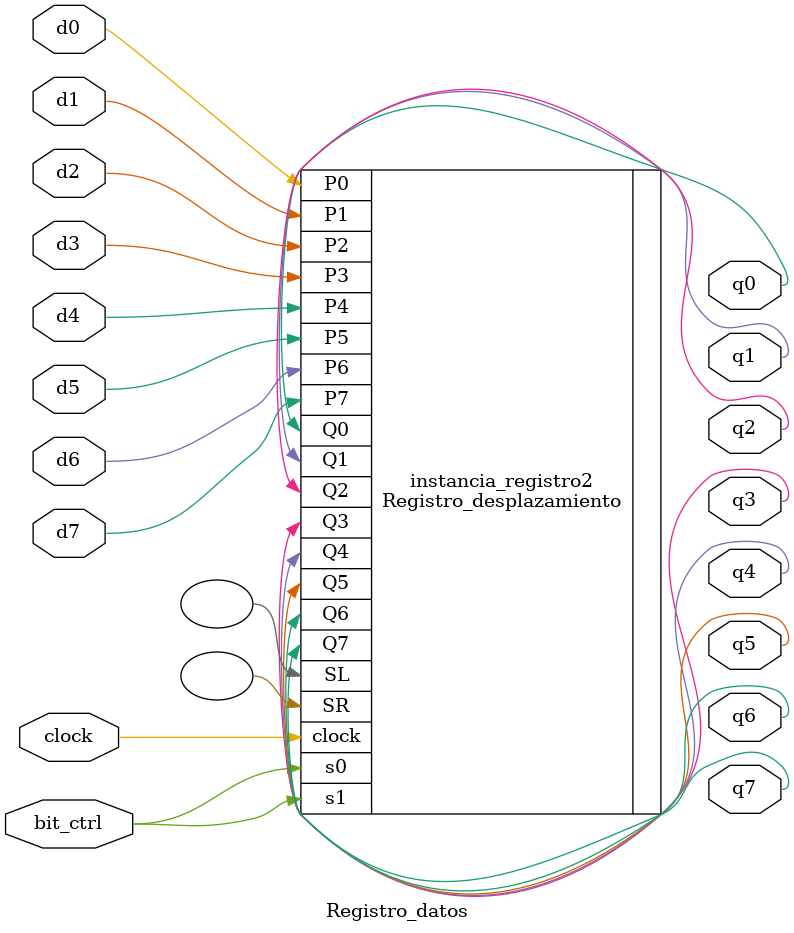
<source format=v>
`timescale 1ns / 1ps
module Registro_datos(
    input bit_ctrl, clock, d0,d1,d2,d3,d4,d5,d6,d7,
	 output q0,q1,q2,q3,q4,q5,q6,q7
	 );
	 
	 Registro_desplazamiento instancia_registro2(
	 .s0(bit_ctrl), .s1(bit_ctrl),.clock(clock),.SR(),.SL(),.P0(d0),.P1(d1),.P2(d2),.P3(d3),.P4(d4),.P5(d5),.P6(d6),.P7(d7),
	 .Q0(q0),.Q1(q1),.Q2(q2),.Q3(q3),.Q4(q4),.Q5(q5),.Q6(q6),.Q7(q7)
    ); 	 							//so, P0 y Q0 son MSB


endmodule

</source>
